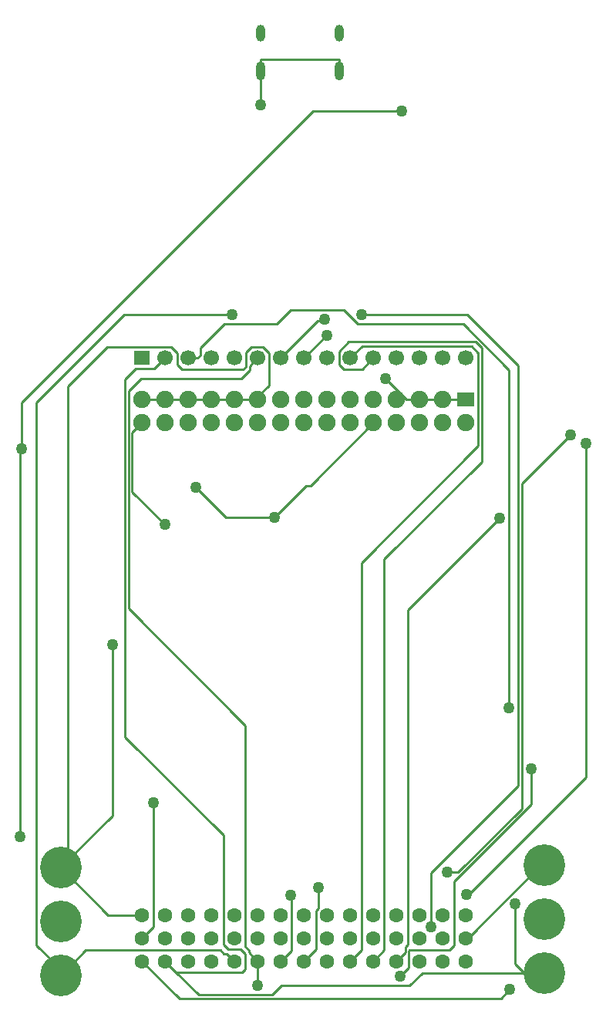
<source format=gbr>
%TF.GenerationSoftware,KiCad,Pcbnew,9.0.6*%
%TF.CreationDate,2025-12-04T14:52:28+01:00*%
%TF.ProjectId,ExtensionBoardBasic,45787465-6e73-4696-9f6e-426f61726442,rev?*%
%TF.SameCoordinates,Original*%
%TF.FileFunction,Copper,L4,Bot*%
%TF.FilePolarity,Positive*%
%FSLAX46Y46*%
G04 Gerber Fmt 4.6, Leading zero omitted, Abs format (unit mm)*
G04 Created by KiCad (PCBNEW 9.0.6) date 2025-12-04 14:52:28*
%MOMM*%
%LPD*%
G01*
G04 APERTURE LIST*
%TA.AperFunction,ComponentPad*%
%ADD10C,1.600000*%
%TD*%
%TA.AperFunction,ComponentPad*%
%ADD11R,1.900000X1.574800*%
%TD*%
%TA.AperFunction,ComponentPad*%
%ADD12C,1.900000*%
%TD*%
%TA.AperFunction,ComponentPad*%
%ADD13R,1.700000X1.574800*%
%TD*%
%TA.AperFunction,ComponentPad*%
%ADD14C,1.700000*%
%TD*%
%TA.AperFunction,ComponentPad*%
%ADD15O,1.000000X2.100000*%
%TD*%
%TA.AperFunction,ComponentPad*%
%ADD16O,1.000000X1.850000*%
%TD*%
%TA.AperFunction,ViaPad*%
%ADD17C,1.270000*%
%TD*%
%TA.AperFunction,ViaPad*%
%ADD18C,4.572000*%
%TD*%
%TA.AperFunction,Conductor*%
%ADD19C,0.254000*%
%TD*%
G04 APERTURE END LIST*
D10*
%TO.P,J3,45,45*%
%TO.N,GND*%
X166022610Y-149217584D03*
%TO.P,J3,44,44*%
X163482610Y-149217584D03*
%TO.P,J3,43,43*%
X160942610Y-149217584D03*
%TO.P,J3,42,42*%
X158402610Y-149217584D03*
%TO.P,J3,41,41*%
X155862610Y-149217584D03*
%TO.P,J3,40,40*%
X153322610Y-149217584D03*
%TO.P,J3,39,39*%
X150782610Y-149217584D03*
%TO.P,J3,38,38*%
X148242610Y-149217584D03*
%TO.P,J3,37,37*%
X145702610Y-149217584D03*
%TO.P,J3,36,36*%
X143162610Y-149217584D03*
%TO.P,J3,35,35*%
X140622610Y-149217584D03*
%TO.P,J3,34,34*%
X138082600Y-149217584D03*
%TO.P,J3,33,33*%
X135542600Y-149217584D03*
%TO.P,J3,32,32*%
X133002600Y-149217584D03*
%TO.P,J3,31,31*%
X130462600Y-149217584D03*
%TO.P,J3,30,30*%
%TO.N,+5*%
X166022610Y-151757584D03*
%TO.P,J3,29,29*%
X163482610Y-151757584D03*
%TO.P,J3,28,28*%
X160942610Y-151757584D03*
%TO.P,J3,27,27*%
X158402610Y-151757584D03*
%TO.P,J3,26,26*%
X155862610Y-151757584D03*
%TO.P,J3,25,25*%
%TO.N,+3.3*%
X153322610Y-151757584D03*
%TO.P,J3,24,24*%
X150782610Y-151757584D03*
%TO.P,J3,23,23*%
X148242610Y-151757584D03*
%TO.P,J3,22,22*%
X145702610Y-151757584D03*
%TO.P,J3,21,21*%
X143162610Y-151757584D03*
%TO.P,J3,20,20*%
X140622610Y-151757584D03*
%TO.P,J3,19,19*%
X138082600Y-151757584D03*
%TO.P,J3,18,18*%
X135542600Y-151757584D03*
%TO.P,J3,17,17*%
X133002600Y-151757584D03*
%TO.P,J3,16,16*%
X130462600Y-151757584D03*
%TO.P,J3,15,15*%
%TO.N,//IO44*%
X166022610Y-154297584D03*
%TO.P,J3,14,14*%
%TO.N,//IO43*%
X163482610Y-154297584D03*
%TO.P,J3,13,13*%
%TO.N,//IO38*%
X160942610Y-154297584D03*
%TO.P,J3,12,12*%
%TO.N,//IO18*%
X158402610Y-154297584D03*
%TO.P,J3,11,11*%
%TO.N,//IO17*%
X155862610Y-154297584D03*
%TO.P,J3,10,10*%
%TO.N,//IO15*%
X153322610Y-154297584D03*
%TO.P,J3,9,9*%
%TO.N,//IO10*%
X150782610Y-154297584D03*
%TO.P,J3,8,8*%
%TO.N,//IO9*%
X148242610Y-154297584D03*
%TO.P,J3,7,7*%
%TO.N,//IO8*%
X145702580Y-154297584D03*
%TO.P,J3,6,6*%
%TO.N,//IO7*%
X143162580Y-154297584D03*
%TO.P,J3,5,5*%
%TO.N,//IO6*%
X140622610Y-154297584D03*
%TO.P,J3,4,4*%
%TO.N,//IO5*%
X138082600Y-154297584D03*
%TO.P,J3,3,3*%
%TO.N,//IO4*%
X135542600Y-154297584D03*
%TO.P,J3,2,2*%
%TO.N,//IO02*%
X133002600Y-154297584D03*
%TO.P,J3,1,1*%
%TO.N,//IO01*%
X130462600Y-154297584D03*
%TD*%
D11*
%TO.P,J2,1,1*%
%TO.N,GND*%
X166022580Y-92651584D03*
D12*
%TO.P,J2,2,2*%
%TO.N,+5*%
X166022580Y-95191584D03*
%TO.P,J2,3,3*%
%TO.N,GND*%
X163482580Y-92651584D03*
%TO.P,J2,4,4*%
%TO.N,+5*%
X163482580Y-95191584D03*
%TO.P,J2,5,5*%
%TO.N,GND*%
X160942580Y-92651584D03*
%TO.P,J2,6,6*%
%TO.N,+5*%
X160942580Y-95191584D03*
%TO.P,J2,7,7*%
%TO.N,GND*%
X158402580Y-92651584D03*
%TO.P,J2,8,8*%
%TO.N,+5*%
X158402580Y-95191584D03*
%TO.P,J2,9,9*%
%TO.N,GND*%
X155862580Y-92651584D03*
%TO.P,J2,10,10*%
%TO.N,+5*%
X155862580Y-95191584D03*
%TO.P,J2,11,11*%
%TO.N,GND*%
X153322580Y-92651584D03*
%TO.P,J2,12,12*%
%TO.N,+3.3*%
X153322580Y-95191584D03*
%TO.P,J2,13,13*%
%TO.N,GND*%
X150782580Y-92651584D03*
%TO.P,J2,14,14*%
%TO.N,+3.3*%
X150782580Y-95191584D03*
%TO.P,J2,15,15*%
%TO.N,GND*%
X148242580Y-92651584D03*
%TO.P,J2,16,16*%
%TO.N,+3.3*%
X148242580Y-95191584D03*
%TO.P,J2,17,17*%
%TO.N,GND*%
X145702580Y-92651584D03*
%TO.P,J2,18,18*%
%TO.N,+3.3*%
X145702580Y-95191584D03*
%TO.P,J2,19,19*%
%TO.N,GND*%
X143162580Y-92651584D03*
%TO.P,J2,20,20*%
%TO.N,+3.3*%
X143162580Y-95191584D03*
%TO.P,J2,21,21*%
%TO.N,GND*%
X140622580Y-92651584D03*
%TO.P,J2,22,22*%
%TO.N,+3.3*%
X140622580Y-95191584D03*
%TO.P,J2,23,23*%
%TO.N,GND*%
X138082580Y-92651584D03*
%TO.P,J2,24,24*%
%TO.N,+3.3*%
X138082580Y-95191584D03*
%TO.P,J2,25,25*%
%TO.N,GND*%
X135542580Y-92651584D03*
%TO.P,J2,26,26*%
%TO.N,+3.3*%
X135542580Y-95191584D03*
%TO.P,J2,27,27*%
%TO.N,GND*%
X133002580Y-92651584D03*
%TO.P,J2,28,28*%
%TO.N,+3.3*%
X133002580Y-95191584D03*
%TO.P,J2,29,29*%
%TO.N,GND*%
X130462580Y-92651584D03*
%TO.P,J2,30,30*%
%TO.N,+3.3*%
X130462580Y-95191584D03*
%TD*%
D13*
%TO.P,J1,1,1*%
%TO.N,//IO01*%
X130462580Y-88079584D03*
D14*
%TO.P,J1,2,2*%
%TO.N,//IO02*%
X133002580Y-88079584D03*
%TO.P,J1,3,3*%
%TO.N,//IO4*%
X135542580Y-88079584D03*
%TO.P,J1,4,4*%
%TO.N,//IO5*%
X138082580Y-88079584D03*
%TO.P,J1,5,5*%
%TO.N,//IO6*%
X140622580Y-88079584D03*
%TO.P,J1,6,6*%
%TO.N,//IO7*%
X143162580Y-88079584D03*
%TO.P,J1,7,7*%
%TO.N,//IO8*%
X145702580Y-88079584D03*
%TO.P,J1,8,8*%
%TO.N,//IO9*%
X148242580Y-88079584D03*
%TO.P,J1,9,9*%
%TO.N,//IO10*%
X150782580Y-88079584D03*
%TO.P,J1,10,10*%
%TO.N,//IO15*%
X153322580Y-88079584D03*
%TO.P,J1,11,11*%
%TO.N,//IO17*%
X155862580Y-88079584D03*
%TO.P,J1,12,12*%
%TO.N,//IO18*%
X158402580Y-88079584D03*
%TO.P,J1,13,13*%
%TO.N,//IO38*%
X160942580Y-88079584D03*
%TO.P,J1,14,14*%
%TO.N,//IO43*%
X163482580Y-88079584D03*
%TO.P,J1,15,15*%
%TO.N,//IO44*%
X166022580Y-88079584D03*
%TD*%
D15*
%TO.P,USB1,A1B12,GND*%
%TO.N,GND*%
X152127610Y-56526584D03*
%TO.P,USB1,B1A12,GND*%
X143487590Y-56526584D03*
D16*
%TO.P,USB1,A1B12,GND*%
X152127610Y-52376574D03*
%TO.P,USB1,B1A12,GND*%
X143487590Y-52376574D03*
%TD*%
D17*
%TO.N,//IO4*%
X170782180Y-126484584D03*
X173195180Y-133190184D03*
X158793380Y-155973984D03*
%TO.N,//IO7*%
X143172380Y-156989984D03*
D18*
%TO.N,//IO01*%
X174617580Y-149662084D03*
D17*
%TO.N,//IO02*%
X171442580Y-147998384D03*
%TO.N,//IO8*%
X166108580Y-146931584D03*
%TO.N,//IO9*%
X163949580Y-144518584D03*
X149852580Y-146169584D03*
%TO.N,//IO8*%
X146804580Y-147058584D03*
D18*
%TO.N,//IO6*%
X121531580Y-155821584D03*
D17*
%TO.N,//IO8*%
X179189580Y-97401584D03*
X150487580Y-83812584D03*
%TO.N,//IO9*%
X150741580Y-85580574D03*
%TO.N,//IO18*%
X169766180Y-105656584D03*
%TO.N,//IO10*%
X154541570Y-83304584D03*
%TO.N,//IO9*%
X177538580Y-96512584D03*
%TO.N,//IO6*%
X140378380Y-83304584D03*
%TO.N,//IO01*%
X170871180Y-157383584D03*
%TO.N,//IO10*%
X162222380Y-150487584D03*
D18*
%TO.N,//IO02*%
X174617580Y-155567584D03*
D17*
%TO.N,+5*%
X158996580Y-60952584D03*
X136390580Y-102227584D03*
D18*
X174617580Y-143756584D03*
D17*
%TO.N,+3.3*%
X131691580Y-136898584D03*
%TO.N,+5*%
X145026580Y-105529584D03*
X117213580Y-98036584D03*
X117086580Y-140581584D03*
D18*
X121531580Y-149916084D03*
D17*
%TO.N,+3.3*%
X132986980Y-106342384D03*
%TO.N,GND*%
X143487590Y-60251594D03*
X157167780Y-90340384D03*
X127221180Y-119499584D03*
D18*
X121531580Y-144010584D03*
%TD*%
D19*
%TO.N,//IO4*%
X170782180Y-126484584D02*
X170782180Y-89375184D01*
X165727580Y-84320584D02*
X170782180Y-89375184D01*
X154120730Y-84320584D02*
X165727580Y-84320584D01*
X152596730Y-82796584D02*
X154120730Y-84320584D01*
X146792360Y-82796584D02*
X152596730Y-82796584D01*
X173195180Y-137050984D02*
X173195180Y-133190184D01*
X145268360Y-84320584D02*
X146792360Y-82796584D01*
X164711580Y-145534584D02*
X173195180Y-137050984D01*
X139463980Y-84320584D02*
X145268360Y-84320584D01*
X164711580Y-152544984D02*
X164711580Y-145534584D01*
X136847780Y-86936784D02*
X139463980Y-84320584D01*
X164228980Y-153027584D02*
X164711580Y-152544984D01*
X136847780Y-87749584D02*
X136847780Y-86936784D01*
X159863180Y-153027584D02*
X164228980Y-153027584D01*
X136517780Y-88079584D02*
X136847780Y-87749584D01*
X159761580Y-155005784D02*
X159761580Y-153129184D01*
X159761580Y-153129184D02*
X159863180Y-153027584D01*
X135542580Y-88079584D02*
X136517780Y-88079584D01*
X158793380Y-155973984D02*
X159761580Y-155005784D01*
%TO.N,//IO7*%
X143172380Y-156989984D02*
X143172380Y-154297584D01*
X142184570Y-153319584D02*
X143162580Y-154297584D01*
X143162580Y-154297584D02*
X143172380Y-154297584D01*
X141826180Y-152735584D02*
X142184570Y-153093984D01*
X142184570Y-153319584D02*
X142184570Y-153093984D01*
X141826180Y-152735584D02*
X141826180Y-128414984D01*
X128999180Y-115587984D02*
X141826180Y-128414984D01*
X128999180Y-115587984D02*
X128999180Y-91686584D01*
X128999180Y-91686584D02*
X130370780Y-90314984D01*
X130370780Y-90314984D02*
X141390210Y-90314984D01*
X141390210Y-90314984D02*
X142269610Y-89435584D01*
X142269610Y-89435584D02*
X142269610Y-88972544D01*
X142269610Y-88972544D02*
X143162580Y-88079584D01*
%TO.N,//IO15*%
X153322580Y-88079584D02*
X154617770Y-86784384D01*
X154617770Y-86784384D02*
X166667380Y-86784384D01*
X166667380Y-86784384D02*
X167378580Y-87495584D01*
X167378580Y-97731784D02*
X167378580Y-87495584D01*
X154576980Y-110533384D02*
X167378580Y-97731784D01*
X154576980Y-153043184D02*
X154576980Y-110533384D01*
X153322580Y-154297584D02*
X154576980Y-153043184D01*
%TO.N,//IO17*%
X154617770Y-89324384D02*
X155862580Y-88079584D01*
X152646580Y-89324384D02*
X154617770Y-89324384D01*
X152087780Y-88765584D02*
X152646580Y-89324384D01*
X152087780Y-88765584D02*
X152087780Y-87368584D01*
X152087780Y-87368584D02*
X153154580Y-86301784D01*
X153154580Y-86301784D02*
X167109090Y-86301784D01*
X167109090Y-86301784D02*
X167759580Y-86952274D01*
X167759580Y-99458984D02*
X167759580Y-86952274D01*
X157066180Y-110152384D02*
X167759580Y-99458984D01*
X157066180Y-153093984D02*
X157066180Y-110152384D01*
X155862580Y-154297584D02*
X157066180Y-153093984D01*
%TO.N,//IO8*%
X166108580Y-147185584D02*
X179189580Y-134104584D01*
X179189580Y-134104584D02*
X179189580Y-97401584D01*
X146883600Y-153116584D02*
X146883600Y-147137604D01*
X146804580Y-147058584D02*
X146883600Y-147137604D01*
X145702600Y-154297584D02*
X146883600Y-153116584D01*
X145702580Y-154297584D02*
X145702600Y-154297584D01*
X150293180Y-84006984D02*
X150487580Y-83812584D01*
X149775170Y-84006984D02*
X150293180Y-84006984D01*
X145702580Y-88079584D02*
X149775170Y-84006984D01*
%TO.N,//IO02*%
X171442580Y-154551584D02*
X171442580Y-147998384D01*
X171442580Y-154551584D02*
X172458580Y-155567584D01*
X172458580Y-155567584D02*
X174617580Y-155567584D01*
X161231780Y-155567584D02*
X172458580Y-155567584D01*
X159809380Y-156989984D02*
X161231780Y-155567584D01*
X145788940Y-156989984D02*
X159809380Y-156989984D01*
X144772940Y-158005984D02*
X145788940Y-156989984D01*
X136711030Y-158005984D02*
X144772940Y-158005984D01*
X134196430Y-155491384D02*
X136711030Y-158005984D01*
X133002630Y-154297584D02*
X134196430Y-155491384D01*
X134196430Y-155491384D02*
X141470580Y-155491384D01*
X141470580Y-155491384D02*
X141803570Y-155158394D01*
X141803570Y-155158394D02*
X141803570Y-153462174D01*
X141279980Y-152938584D02*
X141803570Y-153462174D01*
X139946580Y-152938584D02*
X141279980Y-152938584D01*
X139438580Y-152430584D02*
X139946580Y-152938584D01*
X139438580Y-152430584D02*
X139438580Y-140479984D01*
X128618180Y-129659584D02*
X139438580Y-140479984D01*
X128618180Y-129659584D02*
X128618180Y-90416584D01*
X128618180Y-90416584D02*
X129786580Y-89248184D01*
X129786580Y-89248184D02*
X131833970Y-89248184D01*
X131833970Y-89248184D02*
X133002580Y-88079584D01*
%TO.N,//IO10*%
X154541570Y-83304584D02*
X166210180Y-83304584D01*
X166210180Y-83304584D02*
X171798180Y-88892584D01*
X171798180Y-134993584D02*
X171798180Y-88892584D01*
X162222380Y-144569384D02*
X171798180Y-134993584D01*
X162222380Y-150487584D02*
X162222380Y-144569384D01*
%TO.N,//IO01*%
X169867780Y-158386984D02*
X170871180Y-157383584D01*
X134552030Y-158386984D02*
X169867780Y-158386984D01*
X130462630Y-154297584D02*
X134552030Y-158386984D01*
%TO.N,//IO9*%
X163949580Y-144518584D02*
X165188770Y-144518584D01*
X165188770Y-144518584D02*
X172179180Y-137528164D01*
X172179180Y-137528164D02*
X172179180Y-101871984D01*
X149852580Y-148477424D02*
X149852580Y-146169584D01*
X172179180Y-101871984D02*
X177538580Y-96512584D01*
X149601600Y-148728404D02*
X149852580Y-148477424D01*
X149601600Y-152938584D02*
X149601600Y-148728404D01*
X148242600Y-154297584D02*
X149601600Y-152938584D01*
X148242580Y-154297584D02*
X148242600Y-154297584D01*
X150741580Y-85580574D02*
X150741580Y-85336584D01*
X148242580Y-88079584D02*
X150741580Y-85580574D01*
%TO.N,//IO6*%
X128516580Y-83304584D02*
X140378380Y-83304584D01*
X118864580Y-92956584D02*
X128516580Y-83304584D01*
X118864580Y-152519584D02*
X118864580Y-92956584D01*
X118864580Y-152519584D02*
X121531580Y-155186584D01*
X121531580Y-155821584D02*
X121531580Y-155186584D01*
X121531580Y-155821584D02*
X124249380Y-153103784D01*
X124249380Y-153103784D02*
X139060580Y-153103784D01*
X139060580Y-153103784D02*
X139419070Y-153462284D01*
X139419070Y-153462284D02*
X139787270Y-153462284D01*
X139787270Y-153462284D02*
X140622580Y-154297584D01*
%TO.N,//IO18*%
X159656980Y-115765784D02*
X169766180Y-105656584D01*
X159656980Y-152459184D02*
X159656980Y-115765784D01*
X159380580Y-152735584D02*
X159656980Y-152459184D01*
X159380580Y-153319584D02*
X159380580Y-152735584D01*
X158402580Y-154297584D02*
X159380580Y-153319584D01*
%TO.N,+5*%
X117213580Y-92956584D02*
X149217580Y-60952584D01*
X117213580Y-98036584D02*
X117213580Y-92956584D01*
X149217580Y-60952584D02*
X158996580Y-60952584D01*
%TO.N,GND*%
X126662380Y-86835184D02*
X133647380Y-86835184D01*
X122344380Y-143197784D02*
X122344380Y-91153184D01*
X122344380Y-91153184D02*
X126662380Y-86835184D01*
X134307780Y-88765584D02*
X134866580Y-89324384D01*
X134307780Y-88765584D02*
X134307780Y-87495584D01*
X133647380Y-86835184D02*
X134307780Y-87495584D01*
%TO.N,+5*%
X136390580Y-102227584D02*
X139692580Y-105529584D01*
X139692580Y-105529584D02*
X145026580Y-105529584D01*
X174247540Y-143756584D02*
X174617580Y-143756584D01*
X166246540Y-151757584D02*
X174247540Y-143756584D01*
X166022530Y-151757584D02*
X166246540Y-151757584D01*
%TO.N,+3.3*%
X131691580Y-150528634D02*
X131691580Y-137152584D01*
X130462630Y-151757584D02*
X131691580Y-150528634D01*
%TO.N,+5*%
X148455580Y-102100584D02*
X148953570Y-102100584D01*
X145026580Y-105529584D02*
X148455580Y-102100584D01*
X148953570Y-102100584D02*
X155862580Y-95191584D01*
X117086580Y-140581584D02*
X117086580Y-98417584D01*
%TO.N,GND*%
X157167780Y-90340384D02*
X159478980Y-92651584D01*
%TO.N,+3.3*%
X129380180Y-102735584D02*
X132986980Y-106342384D01*
X129380180Y-102735584D02*
X129380180Y-96273974D01*
%TO.N,GND*%
X163482580Y-92651584D02*
X166022580Y-92651584D01*
X160942580Y-92651584D02*
X163482580Y-92651584D01*
X159478980Y-92651584D02*
X160942580Y-92651584D01*
X140622580Y-92651584D02*
X142842380Y-92651584D01*
X138082580Y-92651584D02*
X140622580Y-92651584D01*
X135542580Y-92651584D02*
X138082580Y-92651584D01*
X133002580Y-92651584D02*
X135542580Y-92651584D01*
X130462580Y-92651584D02*
X133002580Y-92651584D01*
X142842380Y-92651584D02*
X144416980Y-91076984D01*
X122344380Y-143197784D02*
X127221180Y-138320984D01*
X121531580Y-144010584D02*
X122344380Y-143197784D01*
X134866580Y-89324384D02*
X141572180Y-89324384D01*
X141572180Y-89324384D02*
X141876980Y-89019584D01*
X141876980Y-89019584D02*
X141876980Y-87444784D01*
X141876980Y-87444784D02*
X142486580Y-86835184D01*
X142486580Y-86835184D02*
X143756580Y-86835184D01*
X143756580Y-86835184D02*
X144416980Y-87495584D01*
X144416980Y-91076984D02*
X144416980Y-87495584D01*
%TO.N,+3.3*%
X129380180Y-96273974D02*
X130462580Y-95191584D01*
%TO.N,GND*%
X143487590Y-60251594D02*
X143487590Y-56526584D01*
X127221180Y-138320984D02*
X127221180Y-119499584D01*
X143487590Y-56526584D02*
X143487590Y-55237584D01*
X143487590Y-55237584D02*
X152127610Y-55237584D01*
X152127610Y-56526584D02*
X152127610Y-55237584D01*
X126738580Y-149217584D02*
X130462630Y-149217584D01*
X121531580Y-144010584D02*
X126738580Y-149217584D01*
%TD*%
M02*

</source>
